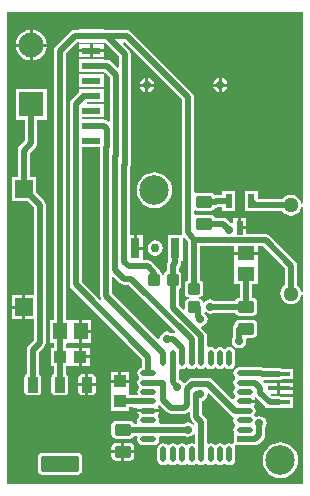
<source format=gbr>
%TF.GenerationSoftware,Altium Limited,Altium Designer,20.0.13 (296)*%
G04 Layer_Physical_Order=1*
G04 Layer_Color=255*
%FSLAX45Y45*%
%MOMM*%
%TF.FileFunction,Copper,L1,Top,Signal*%
%TF.Part,Single*%
G01*
G75*
%TA.AperFunction,SMDPad,CuDef*%
%ADD10R,1.35523X0.48583*%
G04:AMPARAMS|DCode=11|XSize=1.35523mm|YSize=0.48583mm|CornerRadius=0.24292mm|HoleSize=0mm|Usage=FLASHONLY|Rotation=180.000|XOffset=0mm|YOffset=0mm|HoleType=Round|Shape=RoundedRectangle|*
%AMROUNDEDRECTD11*
21,1,1.35523,0.00000,0,0,180.0*
21,1,0.86940,0.48583,0,0,180.0*
1,1,0.48583,-0.43470,0.00000*
1,1,0.48583,0.43470,0.00000*
1,1,0.48583,0.43470,0.00000*
1,1,0.48583,-0.43470,0.00000*
%
%ADD11ROUNDEDRECTD11*%
G04:AMPARAMS|DCode=12|XSize=0.48583mm|YSize=1.35523mm|CornerRadius=0.24292mm|HoleSize=0mm|Usage=FLASHONLY|Rotation=180.000|XOffset=0mm|YOffset=0mm|HoleType=Round|Shape=RoundedRectangle|*
%AMROUNDEDRECTD12*
21,1,0.48583,0.86940,0,0,180.0*
21,1,0.00000,1.35523,0,0,180.0*
1,1,0.48583,0.00000,0.43470*
1,1,0.48583,0.00000,0.43470*
1,1,0.48583,0.00000,-0.43470*
1,1,0.48583,0.00000,-0.43470*
%
%ADD12ROUNDEDRECTD12*%
G04:AMPARAMS|DCode=13|XSize=1mm|YSize=1.42mm|CornerRadius=0.125mm|HoleSize=0mm|Usage=FLASHONLY|Rotation=90.000|XOffset=0mm|YOffset=0mm|HoleType=Round|Shape=RoundedRectangle|*
%AMROUNDEDRECTD13*
21,1,1.00000,1.17000,0,0,90.0*
21,1,0.75000,1.42000,0,0,90.0*
1,1,0.25000,0.58500,0.37500*
1,1,0.25000,0.58500,-0.37500*
1,1,0.25000,-0.58500,-0.37500*
1,1,0.25000,-0.58500,0.37500*
%
%ADD13ROUNDEDRECTD13*%
G04:AMPARAMS|DCode=14|XSize=0.94mm|YSize=1.02mm|CornerRadius=0.094mm|HoleSize=0mm|Usage=FLASHONLY|Rotation=180.000|XOffset=0mm|YOffset=0mm|HoleType=Round|Shape=RoundedRectangle|*
%AMROUNDEDRECTD14*
21,1,0.94000,0.83200,0,0,180.0*
21,1,0.75200,1.02000,0,0,180.0*
1,1,0.18800,-0.37600,0.41600*
1,1,0.18800,0.37600,0.41600*
1,1,0.18800,0.37600,-0.41600*
1,1,0.18800,-0.37600,-0.41600*
%
%ADD14ROUNDEDRECTD14*%
G04:AMPARAMS|DCode=15|XSize=0.94mm|YSize=1.02mm|CornerRadius=0.094mm|HoleSize=0mm|Usage=FLASHONLY|Rotation=270.000|XOffset=0mm|YOffset=0mm|HoleType=Round|Shape=RoundedRectangle|*
%AMROUNDEDRECTD15*
21,1,0.94000,0.83200,0,0,270.0*
21,1,0.75200,1.02000,0,0,270.0*
1,1,0.18800,-0.41600,-0.37600*
1,1,0.18800,-0.41600,0.37600*
1,1,0.18800,0.41600,0.37600*
1,1,0.18800,0.41600,-0.37600*
%
%ADD15ROUNDEDRECTD15*%
%ADD16R,1.47000X1.16000*%
%ADD17R,1.16000X1.47000*%
%ADD18R,1.10000X1.00000*%
G04:AMPARAMS|DCode=19|XSize=3.24mm|YSize=1.31mm|CornerRadius=0.09825mm|HoleSize=0mm|Usage=FLASHONLY|Rotation=180.000|XOffset=0mm|YOffset=0mm|HoleType=Round|Shape=RoundedRectangle|*
%AMROUNDEDRECTD19*
21,1,3.24000,1.11350,0,0,180.0*
21,1,3.04350,1.31000,0,0,180.0*
1,1,0.19650,-1.52175,0.55675*
1,1,0.19650,1.52175,0.55675*
1,1,0.19650,1.52175,-0.55675*
1,1,0.19650,-1.52175,-0.55675*
%
%ADD19ROUNDEDRECTD19*%
G04:AMPARAMS|DCode=20|XSize=0.93mm|YSize=1.31mm|CornerRadius=0.06975mm|HoleSize=0mm|Usage=FLASHONLY|Rotation=180.000|XOffset=0mm|YOffset=0mm|HoleType=Round|Shape=RoundedRectangle|*
%AMROUNDEDRECTD20*
21,1,0.93000,1.17050,0,0,180.0*
21,1,0.79050,1.31000,0,0,180.0*
1,1,0.13950,-0.39525,0.58525*
1,1,0.13950,0.39525,0.58525*
1,1,0.13950,0.39525,-0.58525*
1,1,0.13950,-0.39525,-0.58525*
%
%ADD20ROUNDEDRECTD20*%
%ADD21R,1.00000X1.10000*%
%ADD22R,1.90000X0.40000*%
%ADD23R,0.60000X1.15000*%
%ADD24R,0.80000X1.70000*%
%ADD25C,0.75000*%
%TA.AperFunction,Conductor*%
%ADD26C,0.50000*%
%TA.AperFunction,ComponentPad*%
%ADD27C,2.10000*%
%ADD28R,2.10000X2.10000*%
%ADD29C,1.28000*%
%ADD30R,1.50000X1.50000*%
%ADD31R,1.60000X0.60000*%
%TA.AperFunction,ViaPad*%
%ADD32C,2.50000*%
%ADD33C,0.70000*%
G36*
X11023102Y8053370D02*
X11010402Y8052537D01*
X11009099Y8062438D01*
X11000091Y8084186D01*
X10985761Y8102861D01*
X10967086Y8117191D01*
X10945338Y8126199D01*
X10922000Y8129271D01*
X10898662Y8126199D01*
X10876914Y8117191D01*
X10858239Y8102861D01*
X10848745Y8090487D01*
X10640985D01*
X10640601Y8090871D01*
Y8156498D01*
X10529801D01*
Y7990698D01*
X10604690D01*
X10619699Y7987713D01*
X10848745D01*
X10858239Y7975339D01*
X10876914Y7961009D01*
X10898662Y7952001D01*
X10922000Y7948929D01*
X10945338Y7952001D01*
X10967086Y7961009D01*
X10985761Y7975339D01*
X11000091Y7994014D01*
X11009099Y8015762D01*
X11010402Y8025663D01*
X11023102Y8024830D01*
Y7304070D01*
X11010402Y7303237D01*
X11009099Y7313138D01*
X11000091Y7334886D01*
X10985761Y7353561D01*
X10973387Y7363055D01*
Y7526020D01*
X10969476Y7545685D01*
X10958336Y7562356D01*
X10743661Y7777032D01*
X10726989Y7788171D01*
X10707324Y7792083D01*
X10545600D01*
Y7835900D01*
X10490200D01*
Y7848600D01*
X10477500D01*
Y7931500D01*
X10434800D01*
Y7891155D01*
X10423600Y7885168D01*
X10419787Y7887715D01*
X10410063Y7889650D01*
X10381274Y7918439D01*
X10364603Y7929578D01*
X10344937Y7933490D01*
X10279780D01*
X10279601Y7934391D01*
X10271224Y7946927D01*
X10258688Y7955303D01*
X10243900Y7958245D01*
X10126900D01*
X10114868Y7955851D01*
X10102167Y7962770D01*
Y7988435D01*
X10114868Y7995354D01*
X10126900Y7992960D01*
X10243900D01*
X10258688Y7995902D01*
X10271224Y8004278D01*
X10279601Y8016815D01*
X10279780Y8017715D01*
X10287000D01*
X10306665Y8021627D01*
X10307539Y8022211D01*
X10339799D01*
Y7990698D01*
X10450599D01*
Y8156498D01*
X10339799D01*
Y8124986D01*
X10291496D01*
X10278876Y8122475D01*
X10271224Y8133927D01*
X10258688Y8142303D01*
X10243900Y8145245D01*
X10126900D01*
X10114868Y8142851D01*
X10102167Y8149770D01*
Y8956040D01*
X10098256Y8975705D01*
X10087116Y8992376D01*
X9571496Y9507996D01*
X9554825Y9519136D01*
X9535160Y9523047D01*
X9338300D01*
Y9527060D01*
X9127500D01*
Y9523047D01*
X9091559D01*
X9071894Y9519136D01*
X9055223Y9507996D01*
X8930763Y9383536D01*
X8919624Y9366865D01*
X8915712Y9347200D01*
Y7071200D01*
X8883699D01*
Y6873400D01*
X8915712D01*
Y6863542D01*
X8918714Y6848449D01*
Y6831800D01*
X8889702D01*
Y6681000D01*
X8918714D01*
Y6654094D01*
X8914813Y6634480D01*
Y6608573D01*
X8914043Y6608419D01*
X8903334Y6601264D01*
X8896178Y6590555D01*
X8893666Y6577923D01*
Y6460873D01*
X8896178Y6448241D01*
X8903334Y6437532D01*
X8914043Y6430376D01*
X8926675Y6427863D01*
X9005725D01*
X9018357Y6430376D01*
X9029066Y6437532D01*
X9036222Y6448241D01*
X9038734Y6460873D01*
Y6577923D01*
X9036222Y6590555D01*
X9029066Y6601264D01*
X9018357Y6608419D01*
X9017954Y6620609D01*
X9021489Y6638381D01*
Y6681000D01*
X9046998D01*
X9050501Y6681000D01*
X9059699D01*
X9063202Y6681000D01*
X9127399D01*
Y6756400D01*
Y6831800D01*
X9063202D01*
X9059699Y6831800D01*
X9050501D01*
X9046998Y6831800D01*
X9021489D01*
Y6860540D01*
X9020883Y6863583D01*
X9028940Y6873400D01*
X9047001D01*
X9050499Y6873400D01*
X9059701D01*
X9063199Y6873400D01*
X9130401D01*
Y6972300D01*
Y7071200D01*
X9063199D01*
X9059701Y7071200D01*
X9050499D01*
X9047001Y7071200D01*
X9018486D01*
Y9325915D01*
X9112844Y9420273D01*
X9127500D01*
Y9416260D01*
X9338299D01*
X9338300Y9416260D01*
Y9416260D01*
X9338300Y9416260D01*
X9349292Y9412136D01*
X9462726Y9298701D01*
Y9209251D01*
X9450993Y9204391D01*
X9398847Y9256536D01*
X9382176Y9267676D01*
X9362511Y9271587D01*
X9338300D01*
Y9275600D01*
X9127500D01*
Y9164800D01*
X9338299D01*
X9338300Y9164800D01*
Y9164800D01*
X9338300Y9164800D01*
X9349313Y9160726D01*
X9387324Y9122715D01*
Y8752051D01*
X9375591Y8747191D01*
X9374245Y8748536D01*
X9357574Y8759676D01*
X9338300Y8763510D01*
Y8767600D01*
X9152207D01*
Y8783800D01*
X9338300D01*
Y8894600D01*
X9198130D01*
X9191599Y8907300D01*
X9194102Y8910800D01*
X9338300D01*
Y9021600D01*
X9127500D01*
Y8996973D01*
X9064484Y8933956D01*
X9053344Y8917285D01*
X9049433Y8897620D01*
Y7369114D01*
X9053344Y7349449D01*
X9064484Y7332778D01*
X9664113Y6733149D01*
Y6666618D01*
X9651493Y6664108D01*
X9635056Y6653125D01*
X9624073Y6636688D01*
X9620217Y6617299D01*
X9624073Y6597911D01*
X9631857Y6586262D01*
X9634039Y6577300D01*
X9631857Y6568337D01*
X9624073Y6556688D01*
X9620217Y6537300D01*
X9624073Y6517911D01*
X9631857Y6506262D01*
X9634039Y6497300D01*
X9631857Y6488337D01*
X9624073Y6476688D01*
X9620217Y6457300D01*
X9623382Y6441387D01*
X9616125Y6428687D01*
X9601102D01*
X9591040Y6430689D01*
X9549600D01*
Y6456203D01*
X9549600Y6459701D01*
Y6468904D01*
X9549600Y6472402D01*
Y6536604D01*
X9474200D01*
X9398800D01*
Y6472402D01*
X9398800Y6468904D01*
Y6459701D01*
X9398800Y6456203D01*
Y6298902D01*
X9549600D01*
Y6327914D01*
X9582979D01*
X9593042Y6325913D01*
X9616125D01*
X9623382Y6313212D01*
X9622743Y6310000D01*
X9714352D01*
X9805961D01*
X9804630Y6316689D01*
X9796847Y6328338D01*
X9795181Y6335180D01*
X9799781Y6341740D01*
X9814844Y6343084D01*
X9869664Y6288264D01*
X9886335Y6277124D01*
X9906000Y6273213D01*
X10019340D01*
X10039005Y6277124D01*
X10055676Y6288264D01*
X10057022Y6289609D01*
X10068755Y6284749D01*
Y6246978D01*
X10072667Y6227312D01*
X10083806Y6210641D01*
X10106146Y6188301D01*
X10105325Y6184117D01*
X10091854Y6181419D01*
X10091303Y6182243D01*
X10071324Y6195593D01*
X10047757Y6200281D01*
X10024191Y6195593D01*
X10015947Y6190085D01*
X9813512D01*
X9805600Y6202785D01*
X9808487Y6217300D01*
X9804630Y6236689D01*
X9796847Y6248338D01*
X9794664Y6257300D01*
X9796847Y6266263D01*
X9804630Y6277911D01*
X9805961Y6284600D01*
X9714352D01*
X9622743D01*
X9624073Y6277911D01*
X9631857Y6266263D01*
X9634039Y6257300D01*
X9631857Y6248338D01*
X9624073Y6236689D01*
X9620217Y6217300D01*
X9623104Y6202785D01*
X9615192Y6190085D01*
X9593980D01*
X9593801Y6190985D01*
X9585424Y6203522D01*
X9572888Y6211898D01*
X9558100Y6214840D01*
X9441100D01*
X9426312Y6211898D01*
X9413776Y6203522D01*
X9405399Y6190985D01*
X9402458Y6176197D01*
Y6101197D01*
X9405399Y6086409D01*
X9413776Y6073873D01*
X9426312Y6065497D01*
X9441100Y6062555D01*
X9558100D01*
X9572888Y6065497D01*
X9585424Y6073873D01*
X9593801Y6086409D01*
X9593980Y6087310D01*
X9598114D01*
X9605137Y6085913D01*
X9616125D01*
X9623382Y6073213D01*
X9620217Y6057301D01*
X9624073Y6037912D01*
X9635056Y6021475D01*
X9651493Y6010492D01*
X9670882Y6006635D01*
X9757822D01*
X9777211Y6010492D01*
X9793648Y6021475D01*
X9804630Y6037912D01*
X9808487Y6057301D01*
X9805044Y6074610D01*
X9811378Y6087310D01*
X10015947D01*
X10024191Y6081802D01*
X10047757Y6077114D01*
X10071324Y6081802D01*
X10091303Y6095151D01*
X10097813Y6104893D01*
X10110513Y6101041D01*
Y6027979D01*
X10097812Y6020722D01*
X10081900Y6023887D01*
X10062511Y6020030D01*
X10046075Y6009048D01*
X10037726D01*
X10021289Y6020030D01*
X10001900Y6023887D01*
X9982512Y6020030D01*
X9966075Y6009048D01*
X9957726D01*
X9941289Y6020030D01*
X9921900Y6023887D01*
X9902512Y6020030D01*
X9886075Y6009048D01*
X9877726D01*
X9861289Y6020030D01*
X9841901Y6023887D01*
X9822512Y6020030D01*
X9806075Y6009048D01*
X9795092Y5992611D01*
X9791235Y5973222D01*
Y5886282D01*
X9795092Y5866893D01*
X9806075Y5850456D01*
X9822512Y5839473D01*
X9841901Y5835617D01*
X9861289Y5839473D01*
X9877726Y5850456D01*
X9886075D01*
X9902512Y5839473D01*
X9921900Y5835617D01*
X9941289Y5839473D01*
X9957726Y5850456D01*
X9966075D01*
X9982512Y5839473D01*
X10001900Y5835617D01*
X10021289Y5839473D01*
X10037726Y5850456D01*
X10046075D01*
X10062511Y5839473D01*
X10081900Y5835617D01*
X10101289Y5839473D01*
X10117726Y5850456D01*
X10126074D01*
X10142511Y5839473D01*
X10161900Y5835617D01*
X10181289Y5839473D01*
X10197725Y5850456D01*
X10206074D01*
X10222511Y5839473D01*
X10241900Y5835617D01*
X10261288Y5839473D01*
X10277725Y5850456D01*
X10286074D01*
X10302511Y5839473D01*
X10321900Y5835617D01*
X10341288Y5839473D01*
X10357725Y5850456D01*
X10366074D01*
X10382511Y5839473D01*
X10401899Y5835617D01*
X10421288Y5839473D01*
X10437725Y5850456D01*
X10448708Y5866893D01*
X10452565Y5886282D01*
Y5973222D01*
X10448708Y5992611D01*
X10446170Y5996409D01*
X10452157Y6007609D01*
X10520923D01*
X10529448Y6005913D01*
X10617200D01*
X10636865Y6009825D01*
X10653536Y6020964D01*
X10691636Y6059064D01*
X10702776Y6075735D01*
X10706687Y6095401D01*
Y6160709D01*
X10712195Y6168953D01*
X10716883Y6192520D01*
X10712195Y6216087D01*
X10698846Y6236066D01*
X10678867Y6249415D01*
X10655300Y6254103D01*
X10631733Y6249415D01*
X10623088Y6243639D01*
X10611288Y6251029D01*
X10609761Y6257300D01*
X10611943Y6266263D01*
X10619727Y6277911D01*
X10623583Y6297300D01*
X10619727Y6316689D01*
X10611943Y6328338D01*
X10609761Y6337300D01*
X10611943Y6346262D01*
X10619727Y6357911D01*
X10621057Y6364600D01*
X10529448D01*
Y6390000D01*
X10621057D01*
X10619727Y6396689D01*
X10616405Y6401660D01*
X10619787Y6411801D01*
X10626552Y6412756D01*
X10700000Y6339307D01*
Y6324300D01*
X10719508D01*
X10722615Y6322225D01*
X10742280Y6318313D01*
X10820400D01*
X10840065Y6322225D01*
X10843171Y6324300D01*
X10940800D01*
Y6415100D01*
X10843171D01*
X10840065Y6417176D01*
X10820400Y6421087D01*
X10763565D01*
X10752086Y6432567D01*
X10756946Y6444300D01*
X10807700D01*
Y6489700D01*
Y6535100D01*
X10700001D01*
X10700000Y6535100D01*
Y6535100D01*
X10689216Y6540005D01*
X10685415Y6546194D01*
X10691380Y6558313D01*
X10820400D01*
X10840065Y6562224D01*
X10843171Y6564300D01*
X10940800D01*
Y6655100D01*
X10843171D01*
X10840065Y6657175D01*
X10820400Y6661087D01*
X10695725D01*
X10690205Y6664775D01*
X10670540Y6668687D01*
X10529448D01*
X10525818Y6667965D01*
X10485978D01*
X10466589Y6664108D01*
X10450152Y6653125D01*
X10439170Y6636688D01*
X10435313Y6617299D01*
X10439170Y6597911D01*
X10446953Y6586262D01*
X10449136Y6577300D01*
X10446953Y6568337D01*
X10439170Y6556688D01*
X10435313Y6537300D01*
X10439170Y6517911D01*
X10446953Y6506262D01*
X10449136Y6497300D01*
X10446953Y6488337D01*
X10439170Y6476688D01*
X10435313Y6457300D01*
X10439170Y6437911D01*
X10450152Y6421474D01*
Y6413125D01*
X10440585Y6398808D01*
X10426798Y6394635D01*
X10259836Y6561596D01*
X10243165Y6572736D01*
X10223500Y6576647D01*
X10083800D01*
X10064135Y6572736D01*
X10047464Y6561596D01*
X10022039Y6536171D01*
X10009400Y6537416D01*
X10002886Y6547165D01*
X9982907Y6560515D01*
X9973288Y6562428D01*
Y6646621D01*
X9985988Y6653878D01*
X10001900Y6650713D01*
X10021289Y6654570D01*
X10037726Y6665552D01*
X10046075D01*
X10062511Y6654570D01*
X10081900Y6650713D01*
X10101289Y6654570D01*
X10117726Y6665552D01*
X10126074D01*
X10142511Y6654570D01*
X10161900Y6650713D01*
X10181289Y6654570D01*
X10197725Y6665552D01*
X10206074D01*
X10222511Y6654570D01*
X10241900Y6650713D01*
X10261288Y6654570D01*
X10277725Y6665552D01*
X10286074D01*
X10302511Y6654570D01*
X10321900Y6650713D01*
X10341288Y6654570D01*
X10357725Y6665552D01*
X10366074D01*
X10382511Y6654570D01*
X10401899Y6650713D01*
X10421288Y6654570D01*
X10437725Y6665552D01*
X10448708Y6681989D01*
X10452565Y6701378D01*
Y6788318D01*
X10448708Y6807707D01*
X10437725Y6824144D01*
X10421288Y6835127D01*
X10401899Y6838983D01*
X10382511Y6835127D01*
X10366074Y6824144D01*
X10357725D01*
X10341288Y6835127D01*
X10321900Y6838983D01*
X10302511Y6835127D01*
X10286074Y6824144D01*
X10277725D01*
X10261288Y6835127D01*
X10241900Y6838983D01*
X10225987Y6835818D01*
X10213287Y6843075D01*
Y6930354D01*
X10209376Y6950020D01*
X10198236Y6966691D01*
X10164251Y7000675D01*
X10168432Y7014456D01*
X10178487Y7016456D01*
X10198466Y7029805D01*
X10211815Y7049784D01*
X10216503Y7073351D01*
X10211815Y7096918D01*
X10198466Y7116897D01*
X10188728Y7123404D01*
X10189397Y7127910D01*
X10202996Y7133036D01*
X10217713Y7123202D01*
X10241280Y7118514D01*
X10264847Y7123202D01*
X10273091Y7128710D01*
X10446620D01*
X10446799Y7127809D01*
X10455176Y7115273D01*
X10467712Y7106897D01*
X10482500Y7103955D01*
X10599500D01*
X10614288Y7106897D01*
X10626824Y7115273D01*
X10635201Y7127809D01*
X10638142Y7142597D01*
Y7217597D01*
X10635201Y7232385D01*
X10626824Y7244922D01*
X10614288Y7253298D01*
X10599500Y7256240D01*
X10592387D01*
Y7372399D01*
X10639900D01*
Y7539199D01*
X10639900D01*
Y7548401D01*
X10639900D01*
Y7619101D01*
X10541000D01*
X10442100D01*
Y7548401D01*
X10442100D01*
Y7539199D01*
X10442100D01*
Y7372399D01*
X10489613D01*
Y7256240D01*
X10482500D01*
X10467712Y7253298D01*
X10455176Y7244922D01*
X10446799Y7232385D01*
X10446620Y7231485D01*
X10273091D01*
X10264847Y7236993D01*
X10241280Y7241681D01*
X10217713Y7236993D01*
X10197734Y7223643D01*
X10189444Y7211237D01*
X10186921Y7211109D01*
X10176258Y7214362D01*
X10174305Y7224184D01*
X10166613Y7235695D01*
X10155102Y7243387D01*
X10144324Y7245530D01*
Y7258479D01*
X10155102Y7260623D01*
X10166613Y7268315D01*
X10174305Y7279826D01*
X10177006Y7293404D01*
Y7368604D01*
X10174305Y7382182D01*
X10166613Y7393693D01*
X10155102Y7401385D01*
X10151311Y7402139D01*
Y7689308D01*
X10442100D01*
Y7644501D01*
X10541000D01*
X10639900D01*
Y7689308D01*
X10686039D01*
X10870613Y7504735D01*
Y7363055D01*
X10858239Y7353561D01*
X10843909Y7334886D01*
X10834901Y7313138D01*
X10831829Y7289800D01*
X10834901Y7266462D01*
X10843909Y7244714D01*
X10858239Y7226039D01*
X10876914Y7211709D01*
X10898662Y7202701D01*
X10922000Y7199629D01*
X10945338Y7202701D01*
X10967086Y7211709D01*
X10985761Y7226039D01*
X11000091Y7244714D01*
X11009099Y7266462D01*
X11010402Y7276363D01*
X11023102Y7275530D01*
Y5678302D01*
X11021700Y5676900D01*
X8521700D01*
Y9676902D01*
X11023102D01*
Y8053370D01*
D02*
G37*
G36*
X9999393Y8934755D02*
Y7810500D01*
X10000501Y7804929D01*
X10000639Y7799249D01*
X10000705Y7799102D01*
X9996368Y7790002D01*
X9992155Y7786402D01*
X9878700D01*
Y7565603D01*
X9878700Y7565602D01*
X9878700D01*
X9877485Y7553405D01*
X9874023Y7548225D01*
X9870112Y7528560D01*
Y7478341D01*
X9858810Y7470789D01*
X9851118Y7459278D01*
X9848974Y7448500D01*
X9836026D01*
X9833882Y7459278D01*
X9826190Y7470789D01*
X9814679Y7478481D01*
X9812643Y7478886D01*
X9810977Y7487265D01*
X9799837Y7503936D01*
X9746497Y7557276D01*
X9729826Y7568416D01*
X9710161Y7572327D01*
X9669501D01*
Y7663302D01*
X9604101D01*
Y7676002D01*
X9591401D01*
Y7786402D01*
X9563687D01*
Y8369245D01*
X9565501Y8378363D01*
Y9319986D01*
X9561589Y9339651D01*
X9550450Y9356323D01*
X9500592Y9406181D01*
X9505329Y9418300D01*
X9514827Y9419321D01*
X9999393Y8934755D01*
D02*
G37*
G36*
X9308513Y8529320D02*
Y7271421D01*
X9312424Y7251755D01*
X9319699Y7240868D01*
X9309835Y7232772D01*
X9152207Y7390399D01*
Y8529800D01*
X9308119D01*
X9308513Y8529320D01*
D02*
G37*
G36*
X10048537Y7724421D02*
Y7402139D01*
X10044746Y7401385D01*
X10033235Y7393693D01*
X10025543Y7382182D01*
X10022842Y7368604D01*
Y7293404D01*
X10025543Y7279826D01*
X10033235Y7268315D01*
X10044746Y7260623D01*
X10055524Y7258479D01*
Y7245530D01*
X10044746Y7243387D01*
X10033235Y7235695D01*
X10025543Y7224184D01*
X10022842Y7210606D01*
Y7158678D01*
X10011109Y7153818D01*
X9972886Y7192040D01*
Y7329859D01*
X9984188Y7337411D01*
X9991880Y7348922D01*
X9994581Y7362500D01*
Y7445700D01*
X9991880Y7459278D01*
X9984188Y7470789D01*
X9972886Y7478341D01*
Y7507275D01*
X9980436Y7514825D01*
X9991576Y7531496D01*
X9995487Y7551161D01*
Y7565602D01*
X10009500D01*
Y7758837D01*
X10021607Y7762672D01*
X10048537Y7724421D01*
D02*
G37*
G36*
X9475964Y7380464D02*
X9492635Y7369324D01*
X9512300Y7365413D01*
X9547535D01*
X9943315Y6969632D01*
X9937059Y6957928D01*
X9925700Y6960187D01*
X9902251D01*
X9894007Y6965695D01*
X9870440Y6970383D01*
X9846873Y6965695D01*
X9826894Y6952346D01*
X9813545Y6932367D01*
X9809570Y6912384D01*
X9797316Y6906677D01*
X9411287Y7292706D01*
Y7428547D01*
X9423021Y7433407D01*
X9475964Y7380464D01*
D02*
G37*
G36*
X10415124Y6260964D02*
X10431795Y6249824D01*
X10434841Y6249218D01*
X10438761Y6239755D01*
X10438925Y6235457D01*
X10435313Y6217300D01*
X10439170Y6197912D01*
X10446953Y6186263D01*
X10449136Y6177300D01*
X10446953Y6168338D01*
X10439170Y6156689D01*
X10435313Y6137300D01*
X10438816Y6119692D01*
X10436286Y6106992D01*
X10436286D01*
Y6023480D01*
X10425086Y6017493D01*
X10421288Y6020030D01*
X10401899Y6023887D01*
X10382511Y6020030D01*
X10366074Y6009048D01*
X10357725D01*
X10341288Y6020030D01*
X10321900Y6023887D01*
X10302511Y6020030D01*
X10286074Y6009048D01*
X10277725D01*
X10261288Y6020030D01*
X10241900Y6023887D01*
X10225987Y6020722D01*
X10213287Y6027979D01*
Y6205220D01*
X10209376Y6224885D01*
X10198236Y6241556D01*
X10171530Y6268263D01*
Y6380620D01*
X10178487Y6382005D01*
X10198466Y6395354D01*
X10211815Y6415333D01*
X10216503Y6438900D01*
X10215827Y6442300D01*
X10227531Y6448556D01*
X10415124Y6260964D01*
D02*
G37*
%LPC*%
G36*
X8737600Y9523855D02*
Y9406702D01*
X8854753D01*
X8851944Y9428043D01*
X8838804Y9459765D01*
X8817902Y9487004D01*
X8790663Y9507906D01*
X8758941Y9521046D01*
X8737600Y9523855D01*
D02*
G37*
G36*
X8712200D02*
X8690859Y9521046D01*
X8659137Y9507906D01*
X8631898Y9487004D01*
X8610996Y9459765D01*
X8597856Y9428043D01*
X8595047Y9406702D01*
X8712200D01*
Y9523855D01*
D02*
G37*
G36*
X9338300Y9402620D02*
X9245600D01*
Y9359920D01*
X9338300D01*
Y9402620D01*
D02*
G37*
G36*
X9220200D02*
X9127500D01*
Y9359920D01*
X9220200D01*
Y9402620D01*
D02*
G37*
G36*
X9338300Y9334520D02*
X9245600D01*
Y9291820D01*
X9338300D01*
Y9334520D01*
D02*
G37*
G36*
X9220200D02*
X9127500D01*
Y9291820D01*
X9220200D01*
Y9334520D01*
D02*
G37*
G36*
X8854753Y9381302D02*
X8737600D01*
Y9264149D01*
X8758941Y9266958D01*
X8790663Y9280098D01*
X8817902Y9301000D01*
X8838804Y9328239D01*
X8851944Y9359961D01*
X8854753Y9381302D01*
D02*
G37*
G36*
X8712200D02*
X8595047D01*
X8597856Y9359961D01*
X8610996Y9328239D01*
X8631898Y9301000D01*
X8659137Y9280098D01*
X8690859Y9266958D01*
X8712200Y9264149D01*
Y9381302D01*
D02*
G37*
G36*
X10337800Y9114157D02*
Y9067800D01*
X10384157D01*
X10381995Y9078667D01*
X10368646Y9098646D01*
X10348667Y9111995D01*
X10337800Y9114157D01*
D02*
G37*
G36*
X10312400D02*
X10301533Y9111995D01*
X10281554Y9098646D01*
X10268205Y9078667D01*
X10266043Y9067800D01*
X10312400D01*
Y9114157D01*
D02*
G37*
G36*
X9338300Y9148600D02*
X9127500D01*
Y9037800D01*
X9338300D01*
Y9148600D01*
D02*
G37*
G36*
X10384157Y9042400D02*
X10337800D01*
Y8996043D01*
X10348667Y8998205D01*
X10368646Y9011554D01*
X10381995Y9031533D01*
X10384157Y9042400D01*
D02*
G37*
G36*
X10312400D02*
X10266043D01*
X10268205Y9031533D01*
X10281554Y9011554D01*
X10301533Y8998205D01*
X10312400Y8996043D01*
Y9042400D01*
D02*
G37*
G36*
X10545600Y7931500D02*
X10502900D01*
Y7861300D01*
X10545600D01*
Y7931500D01*
D02*
G37*
G36*
X8647298Y7275900D02*
X8559598D01*
Y7188200D01*
X8647298D01*
Y7275900D01*
D02*
G37*
G36*
Y7162800D02*
X8559598D01*
Y7075100D01*
X8647298D01*
Y7162800D01*
D02*
G37*
G36*
X9155801Y7071200D02*
Y6985000D01*
X9226501D01*
Y7071200D01*
X9155801D01*
D02*
G37*
G36*
X9226501Y6959600D02*
X9155801D01*
Y6873400D01*
X9226501D01*
Y6959600D01*
D02*
G37*
G36*
X10599500Y7069240D02*
X10482500D01*
X10467712Y7066298D01*
X10455176Y7057922D01*
X10446799Y7045385D01*
X10443858Y7030598D01*
Y7025863D01*
X10435104Y7012762D01*
X10431193Y6993098D01*
Y6922831D01*
X10425685Y6914587D01*
X10420997Y6891020D01*
X10425685Y6867453D01*
X10439034Y6847474D01*
X10459013Y6834125D01*
X10482580Y6829437D01*
X10506147Y6834125D01*
X10526126Y6847474D01*
X10539475Y6867453D01*
X10544163Y6891020D01*
X10541531Y6904255D01*
X10551953Y6916955D01*
X10599500D01*
X10614288Y6919897D01*
X10626824Y6928273D01*
X10635201Y6940810D01*
X10638142Y6955597D01*
Y7030598D01*
X10635201Y7045385D01*
X10626824Y7057922D01*
X10614288Y7066298D01*
X10599500Y7069240D01*
D02*
G37*
G36*
X9152799Y6831800D02*
Y6769100D01*
X9220498D01*
Y6831800D01*
X9152799D01*
D02*
G37*
G36*
X9220498Y6743700D02*
X9152799D01*
Y6681000D01*
X9220498D01*
Y6743700D01*
D02*
G37*
G36*
X9549600Y6629704D02*
X9486900D01*
Y6562004D01*
X9549600D01*
Y6629704D01*
D02*
G37*
G36*
X9461500D02*
X9398800D01*
Y6562004D01*
X9461500D01*
Y6629704D01*
D02*
G37*
G36*
X9234726Y6610932D02*
X9207901D01*
Y6532098D01*
X9267736D01*
Y6577923D01*
X9265223Y6590555D01*
X9258067Y6601264D01*
X9247358Y6608419D01*
X9234726Y6610932D01*
D02*
G37*
G36*
X9182501D02*
X9155676D01*
X9143044Y6608419D01*
X9132335Y6601264D01*
X9125180Y6590555D01*
X9122667Y6577923D01*
Y6532098D01*
X9182501D01*
Y6610932D01*
D02*
G37*
G36*
X10940800Y6535100D02*
X10833100D01*
Y6502400D01*
X10940800D01*
Y6535100D01*
D02*
G37*
G36*
Y6477000D02*
X10833100D01*
Y6444300D01*
X10940800D01*
Y6477000D01*
D02*
G37*
G36*
X9267736Y6506698D02*
X9207901D01*
Y6427863D01*
X9234726D01*
X9247358Y6430376D01*
X9258067Y6437532D01*
X9265223Y6448241D01*
X9267736Y6460873D01*
Y6506698D01*
D02*
G37*
G36*
X9182501D02*
X9122667D01*
Y6460873D01*
X9125180Y6448241D01*
X9132335Y6437532D01*
X9143044Y6430376D01*
X9155676Y6427863D01*
X9182501D01*
Y6506698D01*
D02*
G37*
G36*
X8855300Y9024398D02*
X8594500D01*
Y8763598D01*
X8673513D01*
Y8587567D01*
X8623662Y8537716D01*
X8612522Y8521045D01*
X8608611Y8501380D01*
Y8277300D01*
X8559598D01*
Y8076500D01*
X8687725D01*
X8744633Y8019593D01*
Y7275900D01*
X8672698D01*
Y7175500D01*
Y7075100D01*
X8744633D01*
Y6897065D01*
X8700862Y6853295D01*
X8689723Y6836624D01*
X8685811Y6816959D01*
Y6608573D01*
X8685042Y6608419D01*
X8674333Y6601264D01*
X8667177Y6590555D01*
X8664664Y6577923D01*
Y6460873D01*
X8667177Y6448241D01*
X8674333Y6437532D01*
X8685042Y6430376D01*
X8697674Y6427863D01*
X8776724D01*
X8789356Y6430376D01*
X8800065Y6437532D01*
X8807220Y6448241D01*
X8809733Y6460873D01*
Y6577923D01*
X8807220Y6590555D01*
X8800065Y6601264D01*
X8789356Y6608419D01*
X8788586Y6608573D01*
Y6795673D01*
X8832356Y6839444D01*
X8843496Y6856115D01*
X8847407Y6875780D01*
Y8040878D01*
X8843496Y8060543D01*
X8832356Y8077214D01*
X8760398Y8149173D01*
Y8277300D01*
X8711385D01*
Y8480095D01*
X8761236Y8529946D01*
X8772376Y8546617D01*
X8776287Y8566282D01*
Y8763598D01*
X8855300D01*
Y9024398D01*
D02*
G37*
G36*
X9558100Y6027840D02*
X9512300D01*
Y5964398D01*
X9596742D01*
Y5989198D01*
X9593801Y6003985D01*
X9585424Y6016522D01*
X9572888Y6024898D01*
X9558100Y6027840D01*
D02*
G37*
G36*
X9486900D02*
X9441100D01*
X9426312Y6024898D01*
X9413776Y6016522D01*
X9405399Y6003985D01*
X9402458Y5989198D01*
Y5964398D01*
X9486900D01*
Y6027840D01*
D02*
G37*
G36*
X9596742Y5938998D02*
X9512300D01*
Y5875555D01*
X9558100D01*
X9572888Y5878497D01*
X9585424Y5886873D01*
X9593801Y5899410D01*
X9596742Y5914197D01*
Y5938998D01*
D02*
G37*
G36*
X9486900D02*
X9402458D01*
Y5914197D01*
X9405399Y5899410D01*
X9413776Y5886873D01*
X9426312Y5878497D01*
X9441100Y5875555D01*
X9486900D01*
Y5938998D01*
D02*
G37*
G36*
X9118375Y5941992D02*
X8814025D01*
X8800281Y5939259D01*
X8788629Y5931473D01*
X8780844Y5919822D01*
X8778110Y5906077D01*
Y5794727D01*
X8780844Y5780983D01*
X8788629Y5769332D01*
X8800281Y5761546D01*
X8814025Y5758812D01*
X9118375D01*
X9132119Y5761546D01*
X9143771Y5769332D01*
X9151556Y5780983D01*
X9154290Y5794727D01*
Y5906077D01*
X9151556Y5919822D01*
X9143771Y5931473D01*
X9132119Y5939259D01*
X9118375Y5941992D01*
D02*
G37*
G36*
X10833100Y6031228D02*
X10803616Y6028324D01*
X10775266Y6019724D01*
X10749138Y6005758D01*
X10726237Y5986963D01*
X10707442Y5964062D01*
X10693476Y5937934D01*
X10684876Y5909584D01*
X10681972Y5880100D01*
X10684876Y5850616D01*
X10693476Y5822266D01*
X10707442Y5796138D01*
X10726237Y5773237D01*
X10749138Y5754442D01*
X10775266Y5740476D01*
X10803616Y5731876D01*
X10833100Y5728972D01*
X10862584Y5731876D01*
X10890934Y5740476D01*
X10917062Y5754442D01*
X10939963Y5773237D01*
X10958758Y5796138D01*
X10972724Y5822266D01*
X10981324Y5850616D01*
X10984228Y5880100D01*
X10981324Y5909584D01*
X10972724Y5937934D01*
X10958758Y5964062D01*
X10939963Y5986963D01*
X10917062Y6005758D01*
X10890934Y6019724D01*
X10862584Y6028324D01*
X10833100Y6031228D01*
D02*
G37*
G36*
X9715500Y9114157D02*
Y9067800D01*
X9761857D01*
X9759695Y9078667D01*
X9746346Y9098646D01*
X9726367Y9111995D01*
X9715500Y9114157D01*
D02*
G37*
G36*
X9690100D02*
X9679233Y9111995D01*
X9659254Y9098646D01*
X9645905Y9078667D01*
X9643743Y9067800D01*
X9690100D01*
Y9114157D01*
D02*
G37*
G36*
X9761857Y9042400D02*
X9715500D01*
Y8996043D01*
X9726367Y8998205D01*
X9746346Y9011554D01*
X9759695Y9031533D01*
X9761857Y9042400D01*
D02*
G37*
G36*
X9690100D02*
X9643743D01*
X9645905Y9031533D01*
X9659254Y9011554D01*
X9679233Y8998205D01*
X9690100Y8996043D01*
Y9042400D01*
D02*
G37*
G36*
X9766300Y8317228D02*
X9736816Y8314324D01*
X9708466Y8305724D01*
X9682338Y8291758D01*
X9659437Y8272963D01*
X9640642Y8250062D01*
X9626676Y8223934D01*
X9618076Y8195584D01*
X9615172Y8166100D01*
X9618076Y8136616D01*
X9626676Y8108266D01*
X9640642Y8082138D01*
X9659437Y8059237D01*
X9682338Y8040442D01*
X9708466Y8026476D01*
X9736816Y8017876D01*
X9766300Y8014972D01*
X9795784Y8017876D01*
X9824134Y8026476D01*
X9850262Y8040442D01*
X9873163Y8059237D01*
X9891958Y8082138D01*
X9905924Y8108266D01*
X9914524Y8136616D01*
X9917428Y8166100D01*
X9914524Y8195584D01*
X9905924Y8223934D01*
X9891958Y8250062D01*
X9873163Y8272963D01*
X9850262Y8291758D01*
X9824134Y8305724D01*
X9795784Y8314324D01*
X9766300Y8317228D01*
D02*
G37*
G36*
X9669501Y7786402D02*
X9616801D01*
Y7688702D01*
X9669501D01*
Y7786402D01*
D02*
G37*
G36*
X9774098Y7740134D02*
X9749555Y7735252D01*
X9728749Y7721350D01*
X9714847Y7700544D01*
X9709965Y7676002D01*
X9714847Y7651459D01*
X9728749Y7630654D01*
X9749555Y7616751D01*
X9774098Y7611869D01*
X9798640Y7616751D01*
X9819446Y7630654D01*
X9833348Y7651459D01*
X9838230Y7676002D01*
X9833348Y7700544D01*
X9819446Y7721350D01*
X9798640Y7735252D01*
X9774098Y7740134D01*
D02*
G37*
%LPD*%
D10*
X10529448Y6057301D02*
D03*
D11*
Y6137300D02*
D03*
Y6217300D02*
D03*
Y6297300D02*
D03*
Y6377300D02*
D03*
Y6457300D02*
D03*
Y6537300D02*
D03*
Y6617299D02*
D03*
X9714352D02*
D03*
Y6537300D02*
D03*
Y6457300D02*
D03*
Y6377300D02*
D03*
Y6297300D02*
D03*
Y6217300D02*
D03*
Y6137300D02*
D03*
Y6057301D02*
D03*
D12*
X10401899Y6744848D02*
D03*
X10321900D02*
D03*
X10241900D02*
D03*
X10161900D02*
D03*
X10081900D02*
D03*
X10001900D02*
D03*
X9921900D02*
D03*
X9841901D02*
D03*
Y5929752D02*
D03*
X9921900D02*
D03*
X10001900D02*
D03*
X10081900D02*
D03*
X10161900D02*
D03*
X10241900D02*
D03*
X10321900D02*
D03*
X10401899D02*
D03*
D13*
X9499600Y6138697D02*
D03*
Y5951698D02*
D03*
X10541000Y7180097D02*
D03*
Y6993098D02*
D03*
X10185400Y8069102D02*
D03*
Y7882103D02*
D03*
D14*
X9763501Y7404100D02*
D03*
X9921499D02*
D03*
D15*
X10099924Y7173006D02*
D03*
Y7331004D02*
D03*
D16*
X10541000Y7455799D02*
D03*
Y7631801D02*
D03*
D17*
X8967099Y6972300D02*
D03*
X9143101D02*
D03*
D18*
X8970101Y6756400D02*
D03*
X9140099D02*
D03*
D19*
X8966200Y5850402D02*
D03*
D20*
X8737199Y6519398D02*
D03*
X8966200D02*
D03*
X9195201D02*
D03*
D21*
X9474200Y6379301D02*
D03*
Y6549304D02*
D03*
D22*
X10820400Y6609700D02*
D03*
Y6369700D02*
D03*
Y6489700D02*
D03*
D23*
X10585201Y8073598D02*
D03*
X10395199D02*
D03*
X10490200Y7848600D02*
D03*
D24*
X9944100Y7676002D02*
D03*
X9604101D02*
D03*
D25*
X9774098D02*
D03*
D26*
X9715500Y6617299D02*
Y6754434D01*
X9169400Y8966200D02*
X9232900D01*
X9100820Y8897620D02*
X9169400Y8966200D01*
X9362440Y9471660D02*
X9535160D01*
X10132060Y7096211D02*
Y7173006D01*
X10120142Y6246978D02*
Y6438900D01*
X10482580Y6891020D02*
Y6993098D01*
X9603740Y6138697D02*
X10047757D01*
X10099924Y7331004D02*
Y7740696D01*
X10050780Y7810500D02*
Y8956040D01*
X9535160Y9471660D02*
X10050780Y8956040D01*
Y7810500D02*
X10099924Y7740696D01*
X10707324D01*
X10922000Y7526020D01*
Y7289800D02*
Y7526020D01*
X8737199Y6519398D02*
Y6816959D01*
X8796020Y6875780D01*
Y8040878D01*
X8659998Y8176900D02*
X8796020Y8040878D01*
X10619699Y8039100D02*
X10922000D01*
X10585201Y8073598D02*
X10619699Y8039100D01*
X9714352Y6617299D02*
X9715500D01*
X9100820Y7369114D02*
X9715500Y6754434D01*
X9100820Y7369114D02*
Y8897620D01*
X9921900Y6541059D02*
Y6744848D01*
Y6541059D02*
X9959340Y6503619D01*
X9232900Y8712200D02*
X9337909D01*
X9363309Y8686800D01*
Y8532729D02*
Y8686800D01*
X9359900Y8529320D02*
X9363309Y8532729D01*
X9359900Y7271421D02*
Y8529320D01*
Y7271421D02*
X9841901Y6789420D01*
Y6744848D02*
Y6789420D01*
X9714352Y6537300D02*
X9833000D01*
X9837420Y6532880D01*
Y6393180D02*
Y6532880D01*
Y6393180D02*
X9906000Y6324600D01*
X10019340D01*
X10044740Y6350000D01*
Y6486200D01*
X10083800Y6525260D01*
X10223500D01*
X10451460Y6297300D01*
X10529448D01*
X10482580Y6993098D02*
X10541000D01*
X10185400Y7882103D02*
X10344937D01*
X10396220Y7830820D01*
X10655300Y6095401D02*
Y6192520D01*
X10617200Y6057301D02*
X10655300Y6095401D01*
X10529448Y6057301D02*
X10617200D01*
X10742280Y6369700D02*
X10820400D01*
X10660380Y6451600D02*
X10742280Y6369700D01*
X10660380Y6451600D02*
Y6494120D01*
X10617200Y6537300D02*
X10660380Y6494120D01*
X10529448Y6537300D02*
X10617200D01*
X10241280Y7180097D02*
X10541000D01*
X10099924Y7173006D02*
X10132060D01*
Y7096211D02*
X10154920Y7073351D01*
X10120142Y6438900D02*
X10154920D01*
X10120142Y6246978D02*
X10161900Y6205220D01*
Y5929752D02*
Y6205220D01*
X9232900Y9220200D02*
X9362511D01*
X9438711Y9144000D01*
Y8456376D02*
Y9144000D01*
X9436100Y8453765D02*
X9438711Y8456376D01*
X9436100Y7493000D02*
Y8453765D01*
Y7493000D02*
X9512300Y7416800D01*
X9568820D01*
X10081900Y6903720D01*
Y6744848D02*
Y6903720D01*
X9921499Y7170755D02*
Y7404100D01*
Y7170755D02*
X10161900Y6930354D01*
Y6744848D02*
Y6930354D01*
X8967099Y6972300D02*
Y9347200D01*
X9091559Y9471660D01*
X9232900D01*
X9870440Y6908800D02*
X9925700D01*
X10001900Y6832600D01*
Y6744848D02*
Y6832600D01*
X9763501Y7404100D02*
Y7467600D01*
X9710161Y7520940D02*
X9763501Y7467600D01*
X9550400Y7520940D02*
X9710161D01*
X9512300Y7559040D02*
X9550400Y7520940D01*
X9512300Y7559040D02*
Y8376549D01*
X9514114Y8378363D01*
Y9319986D01*
X9362440Y9471660D02*
X9514114Y9319986D01*
X9232900Y9471660D02*
X9362440D01*
X8970101Y6638381D02*
Y6756400D01*
X8966200Y6634480D02*
X8970101Y6638381D01*
X8966200Y6519398D02*
Y6634480D01*
X8967099Y6863542D02*
Y6972300D01*
Y6863542D02*
X8970101Y6860540D01*
Y6756400D02*
Y6860540D01*
X10541000Y7180097D02*
Y7455799D01*
X8724900Y8566282D02*
Y8893998D01*
X8659998Y8501380D02*
X8724900Y8566282D01*
X8659998Y8176900D02*
Y8501380D01*
X9593042Y6377300D02*
X9714352D01*
X9591040Y6379301D02*
X9593042Y6377300D01*
X9474200Y6379301D02*
X9591040D01*
X10291496Y8073598D02*
X10395199D01*
X10287000Y8069102D02*
X10291496Y8073598D01*
X10185400Y8069102D02*
X10287000D01*
X9944100Y7551161D02*
Y7676002D01*
X9921499Y7528560D02*
X9944100Y7551161D01*
X9921499Y7404100D02*
Y7528560D01*
X9605137Y6137300D02*
X9714352D01*
X9603740Y6138697D02*
X9605137Y6137300D01*
X9499600Y6138697D02*
X9603740D01*
X10678140Y6609700D02*
X10820400D01*
X10670540Y6617299D02*
X10678140Y6609700D01*
X10529448Y6617299D02*
X10670540D01*
D27*
X8724900Y9394002D02*
D03*
D28*
Y8893998D02*
D03*
D29*
X10922000Y7289800D02*
D03*
Y8039100D02*
D03*
D30*
X8659998Y7175500D02*
D03*
Y8176900D02*
D03*
D31*
X9232900Y9220200D02*
D03*
Y9093200D02*
D03*
Y8966200D02*
D03*
Y8839200D02*
D03*
Y8712200D02*
D03*
Y8585200D02*
D03*
Y9347220D02*
D03*
Y9471660D02*
D03*
D32*
X10833100Y5880100D02*
D03*
X9766300Y8166100D02*
D03*
D33*
X9702800Y9055100D02*
D03*
X10325100D02*
D03*
X9959340Y6503619D02*
D03*
X10047757Y6138697D02*
D03*
X10482580Y6891020D02*
D03*
X10396220Y7830820D02*
D03*
X10655300Y6192520D02*
D03*
X10241280Y7180097D02*
D03*
X10154920Y7073351D02*
D03*
Y6438900D02*
D03*
X9870440Y6908800D02*
D03*
%TF.MD5,c57de1776e12282f616cb65f115054ea*%
M02*

</source>
